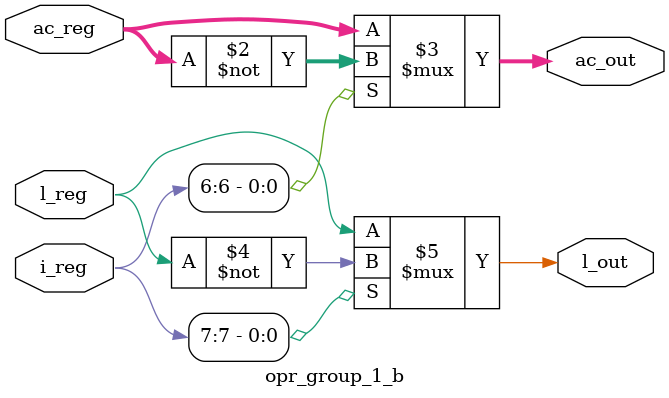
<source format=v>
`timescale 1ns / 1ps


module opr_group_1_b(
    input [0:11] ac_reg,
    input l_reg,
    input [0:11] i_reg,
    output reg [0:11] ac_out,
    output reg l_out
    );

always @ (ac_reg, l_reg, i_reg[6:7])
begin
    ac_out = i_reg[6] ? ~ ac_reg : ac_reg; // CMA
    l_out = i_reg[7] ? ~ l_reg : l_reg; // CML
end

endmodule

</source>
